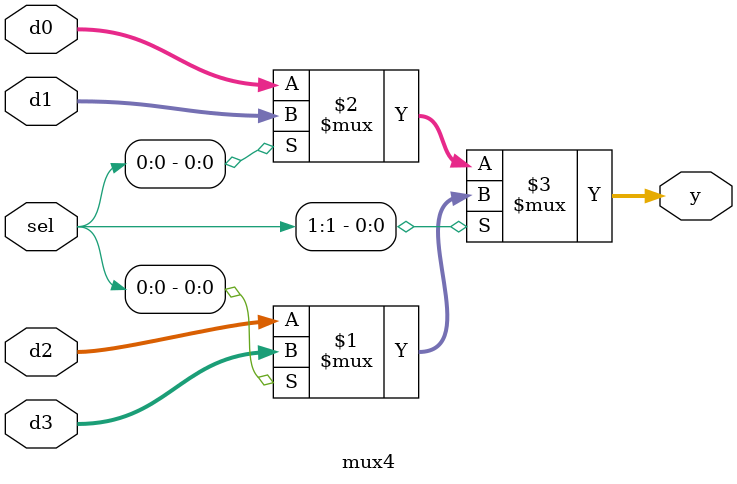
<source format=v>


module mux4 #(parameter WIDTH = 8) (
    input       [WIDTH-1:0] d0, d1, d2, d3,
    input       [1:0] sel,
    output      [WIDTH-1:0] y
);

assign y = sel[1] ? (sel[0] ? d3 : d2) : (sel[0] ? d1 : d0);

endmodule


</source>
